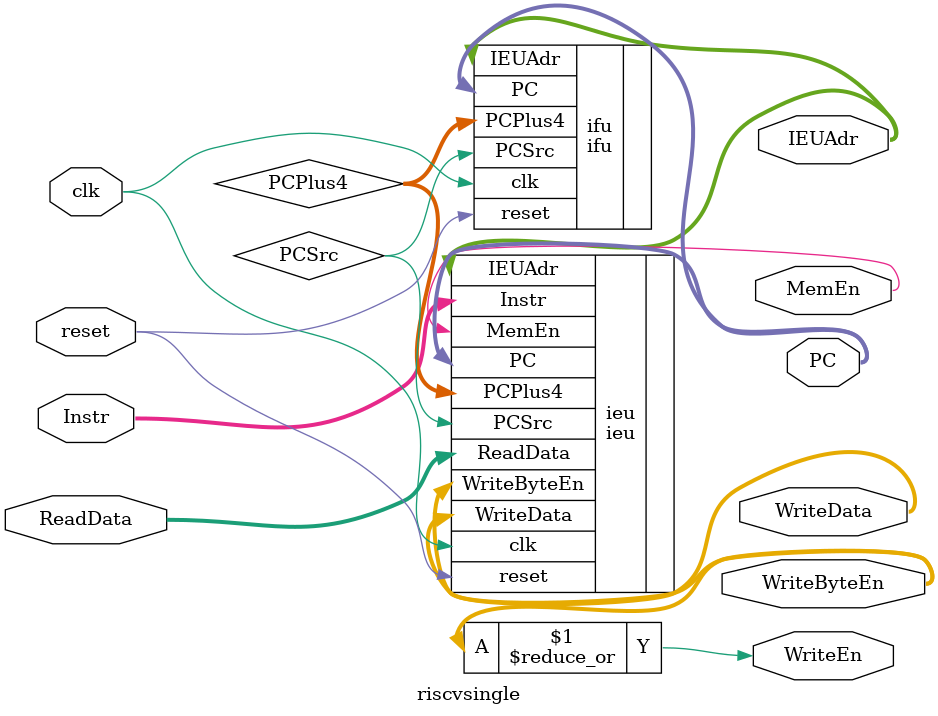
<source format=sv>

`include "parameters.svh"

module riscvsingle(
        input   logic           clk,
        input   logic           reset,

        output  logic [31:0]    PC,  // instruction memory target address
        input   logic [31:0]    Instr, // instruction memory read data

        output  logic [31:0]    IEUAdr,  // data memory target address
        input   logic [31:0]    ReadData, // data memory read data
        output  logic [31:0]    WriteData, // data memory write data

        output  logic           MemEn,
        output  logic           WriteEn,
        output  logic [3:0]     WriteByteEn  // strobes, 1 hot stating weather a byte should be written on a store
    );

    logic [31:0] PCPlus4;
    logic PCSrc;
    logic Load;

    ifu ifu(.clk, .reset, .PCSrc, .IEUAdr, .PC, .PCPlus4);
    ieu ieu(.clk, .reset, .Instr, .PC, .PCPlus4, .PCSrc, .WriteByteEn,
            .IEUAdr, .WriteData, .ReadData, .MemEn
        );

    assign WriteEn = |WriteByteEn;
endmodule

</source>
